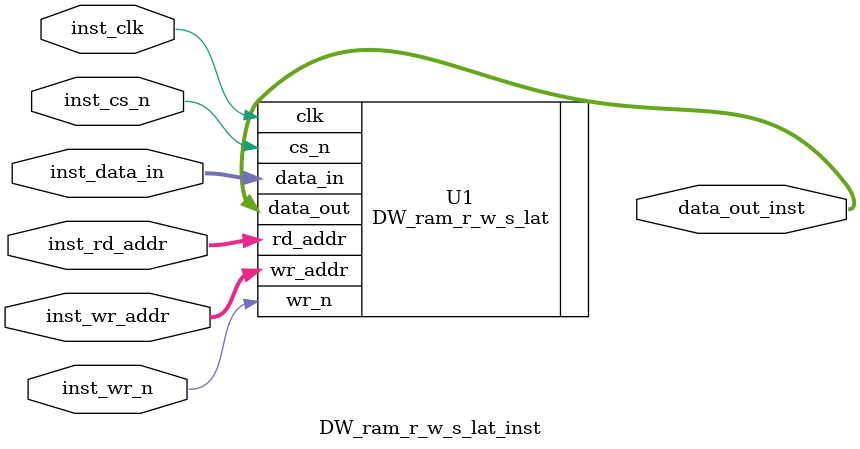
<source format=v>
module DW_ram_r_w_s_lat_inst(inst_clk, inst_cs_n, inst_wr_n, inst_rd_addr,
                             inst_wr_addr, inst_data_in, data_out_inst );
  parameter data_width = 8;
  parameter depth = 8;
  `define bit_width_depth 3 // ceil(log2(depth)) 

  input inst_clk;
  input inst_cs_n;
  input inst_wr_n;
  input [`bit_width_depth-1 : 0] inst_rd_addr;
  input [`bit_width_depth-1 : 0] inst_wr_addr;
  input [data_width-1 : 0] inst_data_in;
  output [data_width-1 : 0] data_out_inst;

  // Instance of DW_ram_r_w_s_lat
  DW_ram_r_w_s_lat #(data_width, depth)
    U1 (.clk(inst_clk),   .cs_n(inst_cs_n),   .wr_n(inst_wr_n),
        .rd_addr(inst_rd_addr),   .wr_addr(inst_wr_addr),
        .data_in(inst_data_in),   .data_out(data_out_inst) );
endmodule


</source>
